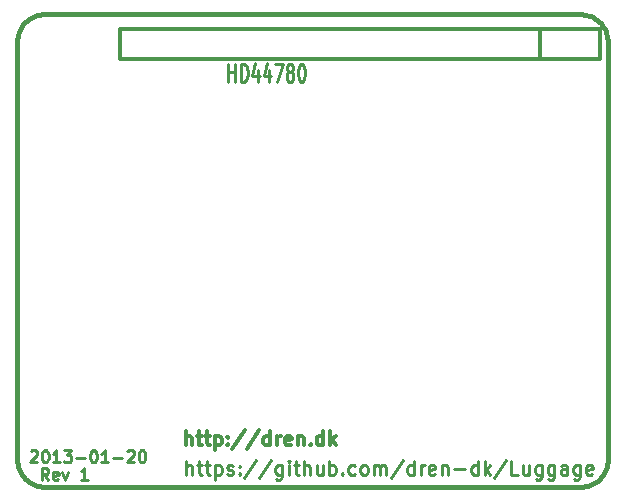
<source format=gto>
G04 (created by PCBNEW-RS274X (2012-apr-16-27)-stable) date Sun 20 Jan 2013 09:00:02 PM CET*
G01*
G70*
G90*
%MOIN*%
G04 Gerber Fmt 3.4, Leading zero omitted, Abs format*
%FSLAX34Y34*%
G04 APERTURE LIST*
%ADD10C,0.006000*%
%ADD11C,0.009900*%
%ADD12C,0.011800*%
%ADD13C,0.015000*%
%ADD14C,0.012000*%
%ADD15C,0.010000*%
G04 APERTURE END LIST*
G54D10*
G54D11*
X39819Y-53937D02*
X39838Y-53918D01*
X39875Y-53899D01*
X39969Y-53899D01*
X40007Y-53918D01*
X40025Y-53937D01*
X40044Y-53975D01*
X40044Y-54012D01*
X40025Y-54068D01*
X39800Y-54293D01*
X40044Y-54293D01*
X40288Y-53899D02*
X40325Y-53899D01*
X40363Y-53918D01*
X40382Y-53937D01*
X40400Y-53975D01*
X40419Y-54050D01*
X40419Y-54143D01*
X40400Y-54218D01*
X40382Y-54256D01*
X40363Y-54275D01*
X40325Y-54293D01*
X40288Y-54293D01*
X40250Y-54275D01*
X40232Y-54256D01*
X40213Y-54218D01*
X40194Y-54143D01*
X40194Y-54050D01*
X40213Y-53975D01*
X40232Y-53937D01*
X40250Y-53918D01*
X40288Y-53899D01*
X40794Y-54293D02*
X40569Y-54293D01*
X40682Y-54293D02*
X40682Y-53899D01*
X40644Y-53956D01*
X40607Y-53993D01*
X40569Y-54012D01*
X40925Y-53899D02*
X41169Y-53899D01*
X41038Y-54050D01*
X41094Y-54050D01*
X41132Y-54068D01*
X41150Y-54087D01*
X41169Y-54125D01*
X41169Y-54218D01*
X41150Y-54256D01*
X41132Y-54275D01*
X41094Y-54293D01*
X40982Y-54293D01*
X40944Y-54275D01*
X40925Y-54256D01*
X41338Y-54143D02*
X41638Y-54143D01*
X41901Y-53899D02*
X41938Y-53899D01*
X41976Y-53918D01*
X41995Y-53937D01*
X42013Y-53975D01*
X42032Y-54050D01*
X42032Y-54143D01*
X42013Y-54218D01*
X41995Y-54256D01*
X41976Y-54275D01*
X41938Y-54293D01*
X41901Y-54293D01*
X41863Y-54275D01*
X41845Y-54256D01*
X41826Y-54218D01*
X41807Y-54143D01*
X41807Y-54050D01*
X41826Y-53975D01*
X41845Y-53937D01*
X41863Y-53918D01*
X41901Y-53899D01*
X42407Y-54293D02*
X42182Y-54293D01*
X42295Y-54293D02*
X42295Y-53899D01*
X42257Y-53956D01*
X42220Y-53993D01*
X42182Y-54012D01*
X42576Y-54143D02*
X42876Y-54143D01*
X43045Y-53937D02*
X43064Y-53918D01*
X43101Y-53899D01*
X43195Y-53899D01*
X43233Y-53918D01*
X43251Y-53937D01*
X43270Y-53975D01*
X43270Y-54012D01*
X43251Y-54068D01*
X43026Y-54293D01*
X43270Y-54293D01*
X43514Y-53899D02*
X43551Y-53899D01*
X43589Y-53918D01*
X43608Y-53937D01*
X43626Y-53975D01*
X43645Y-54050D01*
X43645Y-54143D01*
X43626Y-54218D01*
X43608Y-54256D01*
X43589Y-54275D01*
X43551Y-54293D01*
X43514Y-54293D01*
X43476Y-54275D01*
X43458Y-54256D01*
X43439Y-54218D01*
X43420Y-54143D01*
X43420Y-54050D01*
X43439Y-53975D01*
X43458Y-53937D01*
X43476Y-53918D01*
X43514Y-53899D01*
X40411Y-54883D02*
X40280Y-54696D01*
X40186Y-54883D02*
X40186Y-54489D01*
X40336Y-54489D01*
X40373Y-54508D01*
X40392Y-54527D01*
X40411Y-54565D01*
X40411Y-54621D01*
X40392Y-54658D01*
X40373Y-54677D01*
X40336Y-54696D01*
X40186Y-54696D01*
X40730Y-54865D02*
X40692Y-54883D01*
X40617Y-54883D01*
X40580Y-54865D01*
X40561Y-54827D01*
X40561Y-54677D01*
X40580Y-54640D01*
X40617Y-54621D01*
X40692Y-54621D01*
X40730Y-54640D01*
X40749Y-54677D01*
X40749Y-54715D01*
X40561Y-54752D01*
X40880Y-54621D02*
X40974Y-54883D01*
X41068Y-54621D01*
X41724Y-54883D02*
X41499Y-54883D01*
X41612Y-54883D02*
X41612Y-54489D01*
X41574Y-54546D01*
X41537Y-54583D01*
X41499Y-54602D01*
G54D12*
X44996Y-53734D02*
X44996Y-53262D01*
X45199Y-53734D02*
X45199Y-53487D01*
X45176Y-53442D01*
X45131Y-53419D01*
X45064Y-53419D01*
X45019Y-53442D01*
X44996Y-53464D01*
X45356Y-53419D02*
X45536Y-53419D01*
X45423Y-53262D02*
X45423Y-53667D01*
X45446Y-53712D01*
X45491Y-53734D01*
X45536Y-53734D01*
X45626Y-53419D02*
X45806Y-53419D01*
X45693Y-53262D02*
X45693Y-53667D01*
X45716Y-53712D01*
X45761Y-53734D01*
X45806Y-53734D01*
X45963Y-53419D02*
X45963Y-53891D01*
X45963Y-53442D02*
X46008Y-53419D01*
X46098Y-53419D01*
X46143Y-53442D01*
X46166Y-53464D01*
X46188Y-53509D01*
X46188Y-53644D01*
X46166Y-53689D01*
X46143Y-53712D01*
X46098Y-53734D01*
X46008Y-53734D01*
X45963Y-53712D01*
X46390Y-53689D02*
X46413Y-53712D01*
X46390Y-53734D01*
X46368Y-53712D01*
X46390Y-53689D01*
X46390Y-53734D01*
X46390Y-53442D02*
X46413Y-53464D01*
X46390Y-53487D01*
X46368Y-53464D01*
X46390Y-53442D01*
X46390Y-53487D01*
X46953Y-53240D02*
X46548Y-53846D01*
X47447Y-53240D02*
X47042Y-53846D01*
X47806Y-53734D02*
X47806Y-53262D01*
X47806Y-53712D02*
X47761Y-53734D01*
X47671Y-53734D01*
X47626Y-53712D01*
X47603Y-53689D01*
X47581Y-53644D01*
X47581Y-53509D01*
X47603Y-53464D01*
X47626Y-53442D01*
X47671Y-53419D01*
X47761Y-53419D01*
X47806Y-53442D01*
X48030Y-53734D02*
X48030Y-53419D01*
X48030Y-53509D02*
X48053Y-53464D01*
X48075Y-53442D01*
X48120Y-53419D01*
X48165Y-53419D01*
X48502Y-53712D02*
X48457Y-53734D01*
X48367Y-53734D01*
X48322Y-53712D01*
X48300Y-53667D01*
X48300Y-53487D01*
X48322Y-53442D01*
X48367Y-53419D01*
X48457Y-53419D01*
X48502Y-53442D01*
X48525Y-53487D01*
X48525Y-53532D01*
X48300Y-53577D01*
X48727Y-53419D02*
X48727Y-53734D01*
X48727Y-53464D02*
X48750Y-53442D01*
X48795Y-53419D01*
X48862Y-53419D01*
X48907Y-53442D01*
X48930Y-53487D01*
X48930Y-53734D01*
X49154Y-53689D02*
X49177Y-53712D01*
X49154Y-53734D01*
X49132Y-53712D01*
X49154Y-53689D01*
X49154Y-53734D01*
X49582Y-53734D02*
X49582Y-53262D01*
X49582Y-53712D02*
X49537Y-53734D01*
X49447Y-53734D01*
X49402Y-53712D01*
X49379Y-53689D01*
X49357Y-53644D01*
X49357Y-53509D01*
X49379Y-53464D01*
X49402Y-53442D01*
X49447Y-53419D01*
X49537Y-53419D01*
X49582Y-53442D01*
X49806Y-53734D02*
X49806Y-53262D01*
X49851Y-53554D02*
X49986Y-53734D01*
X49986Y-53419D02*
X49806Y-53599D01*
G54D11*
X45004Y-54719D02*
X45004Y-54246D01*
X45206Y-54719D02*
X45206Y-54471D01*
X45184Y-54426D01*
X45139Y-54404D01*
X45071Y-54404D01*
X45026Y-54426D01*
X45004Y-54449D01*
X45364Y-54404D02*
X45544Y-54404D01*
X45432Y-54246D02*
X45432Y-54651D01*
X45454Y-54696D01*
X45499Y-54719D01*
X45544Y-54719D01*
X45634Y-54404D02*
X45814Y-54404D01*
X45702Y-54246D02*
X45702Y-54651D01*
X45724Y-54696D01*
X45769Y-54719D01*
X45814Y-54719D01*
X45972Y-54404D02*
X45972Y-54877D01*
X45972Y-54426D02*
X46017Y-54404D01*
X46107Y-54404D01*
X46152Y-54426D01*
X46174Y-54449D01*
X46197Y-54494D01*
X46197Y-54629D01*
X46174Y-54674D01*
X46152Y-54696D01*
X46107Y-54719D01*
X46017Y-54719D01*
X45972Y-54696D01*
X46377Y-54696D02*
X46422Y-54719D01*
X46512Y-54719D01*
X46557Y-54696D01*
X46580Y-54651D01*
X46580Y-54629D01*
X46557Y-54584D01*
X46512Y-54561D01*
X46445Y-54561D01*
X46400Y-54539D01*
X46377Y-54494D01*
X46377Y-54471D01*
X46400Y-54426D01*
X46445Y-54404D01*
X46512Y-54404D01*
X46557Y-54426D01*
X46783Y-54674D02*
X46805Y-54696D01*
X46783Y-54719D01*
X46760Y-54696D01*
X46783Y-54674D01*
X46783Y-54719D01*
X46783Y-54426D02*
X46805Y-54449D01*
X46783Y-54471D01*
X46760Y-54449D01*
X46783Y-54426D01*
X46783Y-54471D01*
X47345Y-54223D02*
X46940Y-54832D01*
X47841Y-54223D02*
X47436Y-54832D01*
X48202Y-54404D02*
X48202Y-54787D01*
X48180Y-54832D01*
X48157Y-54854D01*
X48112Y-54877D01*
X48045Y-54877D01*
X48000Y-54854D01*
X48202Y-54696D02*
X48157Y-54719D01*
X48067Y-54719D01*
X48022Y-54696D01*
X48000Y-54674D01*
X47977Y-54629D01*
X47977Y-54494D01*
X48000Y-54449D01*
X48022Y-54426D01*
X48067Y-54404D01*
X48157Y-54404D01*
X48202Y-54426D01*
X48428Y-54719D02*
X48428Y-54404D01*
X48428Y-54246D02*
X48405Y-54268D01*
X48428Y-54291D01*
X48450Y-54268D01*
X48428Y-54246D01*
X48428Y-54291D01*
X48585Y-54404D02*
X48765Y-54404D01*
X48653Y-54246D02*
X48653Y-54651D01*
X48675Y-54696D01*
X48720Y-54719D01*
X48765Y-54719D01*
X48923Y-54719D02*
X48923Y-54246D01*
X49125Y-54719D02*
X49125Y-54471D01*
X49103Y-54426D01*
X49058Y-54404D01*
X48990Y-54404D01*
X48945Y-54426D01*
X48923Y-54449D01*
X49553Y-54404D02*
X49553Y-54719D01*
X49351Y-54404D02*
X49351Y-54651D01*
X49373Y-54696D01*
X49418Y-54719D01*
X49486Y-54719D01*
X49531Y-54696D01*
X49553Y-54674D01*
X49779Y-54719D02*
X49779Y-54246D01*
X49779Y-54426D02*
X49824Y-54404D01*
X49914Y-54404D01*
X49959Y-54426D01*
X49981Y-54449D01*
X50004Y-54494D01*
X50004Y-54629D01*
X49981Y-54674D01*
X49959Y-54696D01*
X49914Y-54719D01*
X49824Y-54719D01*
X49779Y-54696D01*
X50207Y-54674D02*
X50229Y-54696D01*
X50207Y-54719D01*
X50184Y-54696D01*
X50207Y-54674D01*
X50207Y-54719D01*
X50634Y-54696D02*
X50589Y-54719D01*
X50499Y-54719D01*
X50454Y-54696D01*
X50432Y-54674D01*
X50409Y-54629D01*
X50409Y-54494D01*
X50432Y-54449D01*
X50454Y-54426D01*
X50499Y-54404D01*
X50589Y-54404D01*
X50634Y-54426D01*
X50904Y-54719D02*
X50859Y-54696D01*
X50837Y-54674D01*
X50814Y-54629D01*
X50814Y-54494D01*
X50837Y-54449D01*
X50859Y-54426D01*
X50904Y-54404D01*
X50972Y-54404D01*
X51017Y-54426D01*
X51039Y-54449D01*
X51062Y-54494D01*
X51062Y-54629D01*
X51039Y-54674D01*
X51017Y-54696D01*
X50972Y-54719D01*
X50904Y-54719D01*
X51265Y-54719D02*
X51265Y-54404D01*
X51265Y-54449D02*
X51287Y-54426D01*
X51332Y-54404D01*
X51400Y-54404D01*
X51445Y-54426D01*
X51467Y-54471D01*
X51467Y-54719D01*
X51467Y-54471D02*
X51490Y-54426D01*
X51535Y-54404D01*
X51602Y-54404D01*
X51648Y-54426D01*
X51670Y-54471D01*
X51670Y-54719D01*
X52233Y-54223D02*
X51828Y-54832D01*
X52594Y-54719D02*
X52594Y-54246D01*
X52594Y-54696D02*
X52549Y-54719D01*
X52459Y-54719D01*
X52414Y-54696D01*
X52392Y-54674D01*
X52369Y-54629D01*
X52369Y-54494D01*
X52392Y-54449D01*
X52414Y-54426D01*
X52459Y-54404D01*
X52549Y-54404D01*
X52594Y-54426D01*
X52820Y-54719D02*
X52820Y-54404D01*
X52820Y-54494D02*
X52842Y-54449D01*
X52865Y-54426D01*
X52910Y-54404D01*
X52955Y-54404D01*
X53293Y-54696D02*
X53248Y-54719D01*
X53158Y-54719D01*
X53113Y-54696D01*
X53090Y-54651D01*
X53090Y-54471D01*
X53113Y-54426D01*
X53158Y-54404D01*
X53248Y-54404D01*
X53293Y-54426D01*
X53315Y-54471D01*
X53315Y-54516D01*
X53090Y-54561D01*
X53518Y-54404D02*
X53518Y-54719D01*
X53518Y-54449D02*
X53540Y-54426D01*
X53585Y-54404D01*
X53653Y-54404D01*
X53698Y-54426D01*
X53720Y-54471D01*
X53720Y-54719D01*
X53946Y-54539D02*
X54306Y-54539D01*
X54734Y-54719D02*
X54734Y-54246D01*
X54734Y-54696D02*
X54689Y-54719D01*
X54599Y-54719D01*
X54554Y-54696D01*
X54532Y-54674D01*
X54509Y-54629D01*
X54509Y-54494D01*
X54532Y-54449D01*
X54554Y-54426D01*
X54599Y-54404D01*
X54689Y-54404D01*
X54734Y-54426D01*
X54960Y-54719D02*
X54960Y-54246D01*
X55005Y-54539D02*
X55140Y-54719D01*
X55140Y-54404D02*
X54960Y-54584D01*
X55680Y-54223D02*
X55275Y-54832D01*
X56064Y-54719D02*
X55839Y-54719D01*
X55839Y-54246D01*
X56424Y-54404D02*
X56424Y-54719D01*
X56222Y-54404D02*
X56222Y-54651D01*
X56244Y-54696D01*
X56289Y-54719D01*
X56357Y-54719D01*
X56402Y-54696D01*
X56424Y-54674D01*
X56852Y-54404D02*
X56852Y-54787D01*
X56830Y-54832D01*
X56807Y-54854D01*
X56762Y-54877D01*
X56695Y-54877D01*
X56650Y-54854D01*
X56852Y-54696D02*
X56807Y-54719D01*
X56717Y-54719D01*
X56672Y-54696D01*
X56650Y-54674D01*
X56627Y-54629D01*
X56627Y-54494D01*
X56650Y-54449D01*
X56672Y-54426D01*
X56717Y-54404D01*
X56807Y-54404D01*
X56852Y-54426D01*
X57280Y-54404D02*
X57280Y-54787D01*
X57258Y-54832D01*
X57235Y-54854D01*
X57190Y-54877D01*
X57123Y-54877D01*
X57078Y-54854D01*
X57280Y-54696D02*
X57235Y-54719D01*
X57145Y-54719D01*
X57100Y-54696D01*
X57078Y-54674D01*
X57055Y-54629D01*
X57055Y-54494D01*
X57078Y-54449D01*
X57100Y-54426D01*
X57145Y-54404D01*
X57235Y-54404D01*
X57280Y-54426D01*
X57708Y-54719D02*
X57708Y-54471D01*
X57686Y-54426D01*
X57641Y-54404D01*
X57551Y-54404D01*
X57506Y-54426D01*
X57708Y-54696D02*
X57663Y-54719D01*
X57551Y-54719D01*
X57506Y-54696D01*
X57483Y-54651D01*
X57483Y-54606D01*
X57506Y-54561D01*
X57551Y-54539D01*
X57663Y-54539D01*
X57708Y-54516D01*
X58136Y-54404D02*
X58136Y-54787D01*
X58114Y-54832D01*
X58091Y-54854D01*
X58046Y-54877D01*
X57979Y-54877D01*
X57934Y-54854D01*
X58136Y-54696D02*
X58091Y-54719D01*
X58001Y-54719D01*
X57956Y-54696D01*
X57934Y-54674D01*
X57911Y-54629D01*
X57911Y-54494D01*
X57934Y-54449D01*
X57956Y-54426D01*
X58001Y-54404D01*
X58091Y-54404D01*
X58136Y-54426D01*
X58542Y-54696D02*
X58497Y-54719D01*
X58407Y-54719D01*
X58362Y-54696D01*
X58339Y-54651D01*
X58339Y-54471D01*
X58362Y-54426D01*
X58407Y-54404D01*
X58497Y-54404D01*
X58542Y-54426D01*
X58564Y-54471D01*
X58564Y-54516D01*
X58339Y-54561D01*
G54D13*
X39370Y-40276D02*
X39370Y-54213D01*
X58110Y-39370D02*
X40276Y-39370D01*
X59055Y-54134D02*
X59055Y-40236D01*
X40276Y-55118D02*
X58228Y-55118D01*
X58229Y-55117D02*
X58307Y-55107D01*
X58385Y-55090D01*
X58460Y-55066D01*
X58533Y-55035D01*
X58604Y-54999D01*
X58670Y-54956D01*
X58733Y-54908D01*
X58792Y-54855D01*
X58845Y-54796D01*
X58893Y-54733D01*
X58936Y-54666D01*
X58972Y-54596D01*
X59003Y-54523D01*
X59027Y-54448D01*
X59044Y-54370D01*
X59054Y-54292D01*
X59058Y-54213D01*
X59054Y-54134D01*
X39371Y-54213D02*
X39375Y-54291D01*
X39385Y-54370D01*
X39402Y-54447D01*
X39426Y-54522D01*
X39456Y-54595D01*
X39493Y-54665D01*
X39535Y-54732D01*
X39583Y-54794D01*
X39637Y-54852D01*
X39695Y-54906D01*
X39757Y-54954D01*
X39824Y-54996D01*
X39894Y-55033D01*
X39967Y-55063D01*
X40042Y-55087D01*
X40119Y-55104D01*
X40198Y-55114D01*
X40276Y-55118D01*
X59055Y-40237D02*
X59048Y-40158D01*
X59034Y-40080D01*
X59014Y-40004D01*
X58987Y-39930D01*
X58953Y-39858D01*
X58914Y-39790D01*
X58868Y-39725D01*
X58817Y-39664D01*
X58762Y-39609D01*
X58701Y-39558D01*
X58636Y-39512D01*
X58568Y-39473D01*
X58496Y-39439D01*
X58422Y-39412D01*
X58346Y-39392D01*
X58268Y-39378D01*
X58189Y-39371D01*
X58111Y-39371D01*
X40276Y-39370D02*
X40198Y-39374D01*
X40119Y-39384D01*
X40042Y-39401D01*
X39967Y-39425D01*
X39894Y-39455D01*
X39824Y-39492D01*
X39757Y-39534D01*
X39694Y-39582D01*
X39636Y-39636D01*
X39582Y-39694D01*
X39534Y-39757D01*
X39492Y-39824D01*
X39455Y-39894D01*
X39425Y-39967D01*
X39401Y-40042D01*
X39384Y-40119D01*
X39374Y-40198D01*
X39370Y-40276D01*
G54D14*
X56807Y-40854D02*
X56807Y-39854D01*
X56807Y-39854D02*
X58807Y-39854D01*
X58807Y-39854D02*
X58807Y-40854D01*
X58807Y-40854D02*
X56807Y-40854D01*
X42803Y-39854D02*
X56803Y-39854D01*
X56803Y-39854D02*
X56803Y-40854D01*
X56803Y-40854D02*
X42803Y-40854D01*
X42803Y-40854D02*
X42803Y-39854D01*
G54D15*
X46410Y-41621D02*
X46410Y-41021D01*
X46410Y-41307D02*
X46639Y-41307D01*
X46639Y-41621D02*
X46639Y-41021D01*
X46829Y-41621D02*
X46829Y-41021D01*
X46924Y-41021D01*
X46982Y-41049D01*
X47020Y-41107D01*
X47039Y-41164D01*
X47058Y-41278D01*
X47058Y-41364D01*
X47039Y-41478D01*
X47020Y-41535D01*
X46982Y-41592D01*
X46924Y-41621D01*
X46829Y-41621D01*
X47401Y-41221D02*
X47401Y-41621D01*
X47305Y-40992D02*
X47210Y-41421D01*
X47458Y-41421D01*
X47782Y-41221D02*
X47782Y-41621D01*
X47686Y-40992D02*
X47591Y-41421D01*
X47839Y-41421D01*
X47953Y-41021D02*
X48220Y-41021D01*
X48048Y-41621D01*
X48429Y-41278D02*
X48391Y-41249D01*
X48372Y-41221D01*
X48353Y-41164D01*
X48353Y-41135D01*
X48372Y-41078D01*
X48391Y-41049D01*
X48429Y-41021D01*
X48506Y-41021D01*
X48544Y-41049D01*
X48563Y-41078D01*
X48582Y-41135D01*
X48582Y-41164D01*
X48563Y-41221D01*
X48544Y-41249D01*
X48506Y-41278D01*
X48429Y-41278D01*
X48391Y-41307D01*
X48372Y-41335D01*
X48353Y-41392D01*
X48353Y-41507D01*
X48372Y-41564D01*
X48391Y-41592D01*
X48429Y-41621D01*
X48506Y-41621D01*
X48544Y-41592D01*
X48563Y-41564D01*
X48582Y-41507D01*
X48582Y-41392D01*
X48563Y-41335D01*
X48544Y-41307D01*
X48506Y-41278D01*
X48829Y-41021D02*
X48868Y-41021D01*
X48906Y-41049D01*
X48925Y-41078D01*
X48944Y-41135D01*
X48963Y-41249D01*
X48963Y-41392D01*
X48944Y-41507D01*
X48925Y-41564D01*
X48906Y-41592D01*
X48868Y-41621D01*
X48829Y-41621D01*
X48791Y-41592D01*
X48772Y-41564D01*
X48753Y-41507D01*
X48734Y-41392D01*
X48734Y-41249D01*
X48753Y-41135D01*
X48772Y-41078D01*
X48791Y-41049D01*
X48829Y-41021D01*
M02*

</source>
